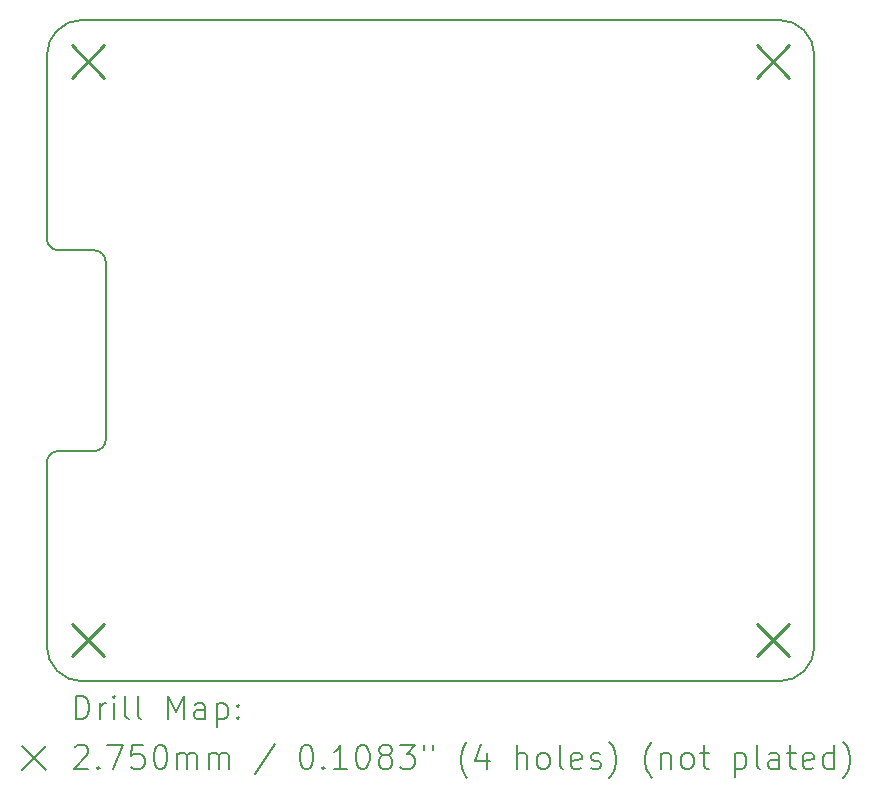
<source format=gbr>
%TF.GenerationSoftware,KiCad,Pcbnew,(6.0.7)*%
%TF.CreationDate,2022-10-26T04:57:18-04:00*%
%TF.ProjectId,RPi_Hat,5250695f-4861-4742-9e6b-696361645f70,rev?*%
%TF.SameCoordinates,Original*%
%TF.FileFunction,Drillmap*%
%TF.FilePolarity,Positive*%
%FSLAX45Y45*%
G04 Gerber Fmt 4.5, Leading zero omitted, Abs format (unit mm)*
G04 Created by KiCad (PCBNEW (6.0.7)) date 2022-10-26 04:57:18*
%MOMM*%
%LPD*%
G01*
G04 APERTURE LIST*
%ADD10C,0.200000*%
%ADD11C,0.275000*%
G04 APERTURE END LIST*
D10*
X10530700Y-10970500D02*
G75*
G03*
X10830700Y-11270500I300000J0D01*
G01*
X16730700Y-11270500D02*
G75*
G03*
X17030700Y-10970500I0J300000D01*
G01*
X10530700Y-7520500D02*
G75*
G03*
X10630700Y-7620500I100000J0D01*
G01*
X11030700Y-7720500D02*
G75*
G03*
X10930700Y-7620500I-100000J0D01*
G01*
X10930700Y-9320500D02*
G75*
G03*
X11030700Y-9220500I0J100000D01*
G01*
X10630700Y-9320500D02*
G75*
G03*
X10530700Y-9420500I0J-100000D01*
G01*
X10830700Y-5670500D02*
G75*
G03*
X10530700Y-5970500I0J-300000D01*
G01*
X10830700Y-5670500D02*
X16730700Y-5670500D01*
X17030700Y-5970500D02*
G75*
G03*
X16730700Y-5670500I-300000J0D01*
G01*
X10530700Y-5970500D02*
X10530700Y-7520500D01*
X10530700Y-9420500D02*
X10530700Y-10970500D01*
X17030700Y-5970500D02*
X17030700Y-10970500D01*
X10630700Y-9320500D02*
X10930700Y-9320500D01*
X11030700Y-7720500D02*
X11030700Y-9220500D01*
X10630700Y-7620500D02*
X10930700Y-7620500D01*
X10830700Y-11270500D02*
X16730700Y-11270500D01*
D11*
X10743200Y-5883000D02*
X11018200Y-6158000D01*
X11018200Y-5883000D02*
X10743200Y-6158000D01*
X10743200Y-10783000D02*
X11018200Y-11058000D01*
X11018200Y-10783000D02*
X10743200Y-11058000D01*
X16543200Y-5883000D02*
X16818200Y-6158000D01*
X16818200Y-5883000D02*
X16543200Y-6158000D01*
X16543200Y-10783000D02*
X16818200Y-11058000D01*
X16818200Y-10783000D02*
X16543200Y-11058000D01*
D10*
X10778319Y-11590976D02*
X10778319Y-11390976D01*
X10825938Y-11390976D01*
X10854510Y-11400500D01*
X10873557Y-11419548D01*
X10883081Y-11438595D01*
X10892605Y-11476690D01*
X10892605Y-11505262D01*
X10883081Y-11543357D01*
X10873557Y-11562405D01*
X10854510Y-11581452D01*
X10825938Y-11590976D01*
X10778319Y-11590976D01*
X10978319Y-11590976D02*
X10978319Y-11457643D01*
X10978319Y-11495738D02*
X10987843Y-11476690D01*
X10997367Y-11467167D01*
X11016414Y-11457643D01*
X11035462Y-11457643D01*
X11102129Y-11590976D02*
X11102129Y-11457643D01*
X11102129Y-11390976D02*
X11092605Y-11400500D01*
X11102129Y-11410024D01*
X11111652Y-11400500D01*
X11102129Y-11390976D01*
X11102129Y-11410024D01*
X11225938Y-11590976D02*
X11206890Y-11581452D01*
X11197367Y-11562405D01*
X11197367Y-11390976D01*
X11330700Y-11590976D02*
X11311652Y-11581452D01*
X11302128Y-11562405D01*
X11302128Y-11390976D01*
X11559271Y-11590976D02*
X11559271Y-11390976D01*
X11625938Y-11533833D01*
X11692605Y-11390976D01*
X11692605Y-11590976D01*
X11873557Y-11590976D02*
X11873557Y-11486214D01*
X11864033Y-11467167D01*
X11844986Y-11457643D01*
X11806890Y-11457643D01*
X11787843Y-11467167D01*
X11873557Y-11581452D02*
X11854509Y-11590976D01*
X11806890Y-11590976D01*
X11787843Y-11581452D01*
X11778319Y-11562405D01*
X11778319Y-11543357D01*
X11787843Y-11524309D01*
X11806890Y-11514786D01*
X11854509Y-11514786D01*
X11873557Y-11505262D01*
X11968795Y-11457643D02*
X11968795Y-11657643D01*
X11968795Y-11467167D02*
X11987843Y-11457643D01*
X12025938Y-11457643D01*
X12044986Y-11467167D01*
X12054509Y-11476690D01*
X12064033Y-11495738D01*
X12064033Y-11552881D01*
X12054509Y-11571928D01*
X12044986Y-11581452D01*
X12025938Y-11590976D01*
X11987843Y-11590976D01*
X11968795Y-11581452D01*
X12149748Y-11571928D02*
X12159271Y-11581452D01*
X12149748Y-11590976D01*
X12140224Y-11581452D01*
X12149748Y-11571928D01*
X12149748Y-11590976D01*
X12149748Y-11467167D02*
X12159271Y-11476690D01*
X12149748Y-11486214D01*
X12140224Y-11476690D01*
X12149748Y-11467167D01*
X12149748Y-11486214D01*
X10320700Y-11820500D02*
X10520700Y-12020500D01*
X10520700Y-11820500D02*
X10320700Y-12020500D01*
X10768795Y-11830024D02*
X10778319Y-11820500D01*
X10797367Y-11810976D01*
X10844986Y-11810976D01*
X10864033Y-11820500D01*
X10873557Y-11830024D01*
X10883081Y-11849071D01*
X10883081Y-11868119D01*
X10873557Y-11896690D01*
X10759271Y-12010976D01*
X10883081Y-12010976D01*
X10968795Y-11991928D02*
X10978319Y-12001452D01*
X10968795Y-12010976D01*
X10959271Y-12001452D01*
X10968795Y-11991928D01*
X10968795Y-12010976D01*
X11044986Y-11810976D02*
X11178319Y-11810976D01*
X11092605Y-12010976D01*
X11349748Y-11810976D02*
X11254509Y-11810976D01*
X11244986Y-11906214D01*
X11254509Y-11896690D01*
X11273557Y-11887167D01*
X11321176Y-11887167D01*
X11340224Y-11896690D01*
X11349748Y-11906214D01*
X11359271Y-11925262D01*
X11359271Y-11972881D01*
X11349748Y-11991928D01*
X11340224Y-12001452D01*
X11321176Y-12010976D01*
X11273557Y-12010976D01*
X11254509Y-12001452D01*
X11244986Y-11991928D01*
X11483081Y-11810976D02*
X11502128Y-11810976D01*
X11521176Y-11820500D01*
X11530700Y-11830024D01*
X11540224Y-11849071D01*
X11549748Y-11887167D01*
X11549748Y-11934786D01*
X11540224Y-11972881D01*
X11530700Y-11991928D01*
X11521176Y-12001452D01*
X11502128Y-12010976D01*
X11483081Y-12010976D01*
X11464033Y-12001452D01*
X11454509Y-11991928D01*
X11444986Y-11972881D01*
X11435462Y-11934786D01*
X11435462Y-11887167D01*
X11444986Y-11849071D01*
X11454509Y-11830024D01*
X11464033Y-11820500D01*
X11483081Y-11810976D01*
X11635462Y-12010976D02*
X11635462Y-11877643D01*
X11635462Y-11896690D02*
X11644986Y-11887167D01*
X11664033Y-11877643D01*
X11692605Y-11877643D01*
X11711652Y-11887167D01*
X11721176Y-11906214D01*
X11721176Y-12010976D01*
X11721176Y-11906214D02*
X11730700Y-11887167D01*
X11749748Y-11877643D01*
X11778319Y-11877643D01*
X11797367Y-11887167D01*
X11806890Y-11906214D01*
X11806890Y-12010976D01*
X11902128Y-12010976D02*
X11902128Y-11877643D01*
X11902128Y-11896690D02*
X11911652Y-11887167D01*
X11930700Y-11877643D01*
X11959271Y-11877643D01*
X11978319Y-11887167D01*
X11987843Y-11906214D01*
X11987843Y-12010976D01*
X11987843Y-11906214D02*
X11997367Y-11887167D01*
X12016414Y-11877643D01*
X12044986Y-11877643D01*
X12064033Y-11887167D01*
X12073557Y-11906214D01*
X12073557Y-12010976D01*
X12464033Y-11801452D02*
X12292605Y-12058595D01*
X12721176Y-11810976D02*
X12740224Y-11810976D01*
X12759271Y-11820500D01*
X12768795Y-11830024D01*
X12778319Y-11849071D01*
X12787843Y-11887167D01*
X12787843Y-11934786D01*
X12778319Y-11972881D01*
X12768795Y-11991928D01*
X12759271Y-12001452D01*
X12740224Y-12010976D01*
X12721176Y-12010976D01*
X12702128Y-12001452D01*
X12692605Y-11991928D01*
X12683081Y-11972881D01*
X12673557Y-11934786D01*
X12673557Y-11887167D01*
X12683081Y-11849071D01*
X12692605Y-11830024D01*
X12702128Y-11820500D01*
X12721176Y-11810976D01*
X12873557Y-11991928D02*
X12883081Y-12001452D01*
X12873557Y-12010976D01*
X12864033Y-12001452D01*
X12873557Y-11991928D01*
X12873557Y-12010976D01*
X13073557Y-12010976D02*
X12959271Y-12010976D01*
X13016414Y-12010976D02*
X13016414Y-11810976D01*
X12997367Y-11839548D01*
X12978319Y-11858595D01*
X12959271Y-11868119D01*
X13197367Y-11810976D02*
X13216414Y-11810976D01*
X13235462Y-11820500D01*
X13244986Y-11830024D01*
X13254509Y-11849071D01*
X13264033Y-11887167D01*
X13264033Y-11934786D01*
X13254509Y-11972881D01*
X13244986Y-11991928D01*
X13235462Y-12001452D01*
X13216414Y-12010976D01*
X13197367Y-12010976D01*
X13178319Y-12001452D01*
X13168795Y-11991928D01*
X13159271Y-11972881D01*
X13149748Y-11934786D01*
X13149748Y-11887167D01*
X13159271Y-11849071D01*
X13168795Y-11830024D01*
X13178319Y-11820500D01*
X13197367Y-11810976D01*
X13378319Y-11896690D02*
X13359271Y-11887167D01*
X13349748Y-11877643D01*
X13340224Y-11858595D01*
X13340224Y-11849071D01*
X13349748Y-11830024D01*
X13359271Y-11820500D01*
X13378319Y-11810976D01*
X13416414Y-11810976D01*
X13435462Y-11820500D01*
X13444986Y-11830024D01*
X13454509Y-11849071D01*
X13454509Y-11858595D01*
X13444986Y-11877643D01*
X13435462Y-11887167D01*
X13416414Y-11896690D01*
X13378319Y-11896690D01*
X13359271Y-11906214D01*
X13349748Y-11915738D01*
X13340224Y-11934786D01*
X13340224Y-11972881D01*
X13349748Y-11991928D01*
X13359271Y-12001452D01*
X13378319Y-12010976D01*
X13416414Y-12010976D01*
X13435462Y-12001452D01*
X13444986Y-11991928D01*
X13454509Y-11972881D01*
X13454509Y-11934786D01*
X13444986Y-11915738D01*
X13435462Y-11906214D01*
X13416414Y-11896690D01*
X13521176Y-11810976D02*
X13644986Y-11810976D01*
X13578319Y-11887167D01*
X13606890Y-11887167D01*
X13625938Y-11896690D01*
X13635462Y-11906214D01*
X13644986Y-11925262D01*
X13644986Y-11972881D01*
X13635462Y-11991928D01*
X13625938Y-12001452D01*
X13606890Y-12010976D01*
X13549748Y-12010976D01*
X13530700Y-12001452D01*
X13521176Y-11991928D01*
X13721176Y-11810976D02*
X13721176Y-11849071D01*
X13797367Y-11810976D02*
X13797367Y-11849071D01*
X14092605Y-12087167D02*
X14083081Y-12077643D01*
X14064033Y-12049071D01*
X14054509Y-12030024D01*
X14044986Y-12001452D01*
X14035462Y-11953833D01*
X14035462Y-11915738D01*
X14044986Y-11868119D01*
X14054509Y-11839548D01*
X14064033Y-11820500D01*
X14083081Y-11791928D01*
X14092605Y-11782405D01*
X14254509Y-11877643D02*
X14254509Y-12010976D01*
X14206890Y-11801452D02*
X14159271Y-11944309D01*
X14283081Y-11944309D01*
X14511652Y-12010976D02*
X14511652Y-11810976D01*
X14597367Y-12010976D02*
X14597367Y-11906214D01*
X14587843Y-11887167D01*
X14568795Y-11877643D01*
X14540224Y-11877643D01*
X14521176Y-11887167D01*
X14511652Y-11896690D01*
X14721176Y-12010976D02*
X14702128Y-12001452D01*
X14692605Y-11991928D01*
X14683081Y-11972881D01*
X14683081Y-11915738D01*
X14692605Y-11896690D01*
X14702128Y-11887167D01*
X14721176Y-11877643D01*
X14749748Y-11877643D01*
X14768795Y-11887167D01*
X14778319Y-11896690D01*
X14787843Y-11915738D01*
X14787843Y-11972881D01*
X14778319Y-11991928D01*
X14768795Y-12001452D01*
X14749748Y-12010976D01*
X14721176Y-12010976D01*
X14902128Y-12010976D02*
X14883081Y-12001452D01*
X14873557Y-11982405D01*
X14873557Y-11810976D01*
X15054509Y-12001452D02*
X15035462Y-12010976D01*
X14997367Y-12010976D01*
X14978319Y-12001452D01*
X14968795Y-11982405D01*
X14968795Y-11906214D01*
X14978319Y-11887167D01*
X14997367Y-11877643D01*
X15035462Y-11877643D01*
X15054509Y-11887167D01*
X15064033Y-11906214D01*
X15064033Y-11925262D01*
X14968795Y-11944309D01*
X15140224Y-12001452D02*
X15159271Y-12010976D01*
X15197367Y-12010976D01*
X15216414Y-12001452D01*
X15225938Y-11982405D01*
X15225938Y-11972881D01*
X15216414Y-11953833D01*
X15197367Y-11944309D01*
X15168795Y-11944309D01*
X15149748Y-11934786D01*
X15140224Y-11915738D01*
X15140224Y-11906214D01*
X15149748Y-11887167D01*
X15168795Y-11877643D01*
X15197367Y-11877643D01*
X15216414Y-11887167D01*
X15292605Y-12087167D02*
X15302128Y-12077643D01*
X15321176Y-12049071D01*
X15330700Y-12030024D01*
X15340224Y-12001452D01*
X15349748Y-11953833D01*
X15349748Y-11915738D01*
X15340224Y-11868119D01*
X15330700Y-11839548D01*
X15321176Y-11820500D01*
X15302128Y-11791928D01*
X15292605Y-11782405D01*
X15654509Y-12087167D02*
X15644986Y-12077643D01*
X15625938Y-12049071D01*
X15616414Y-12030024D01*
X15606890Y-12001452D01*
X15597367Y-11953833D01*
X15597367Y-11915738D01*
X15606890Y-11868119D01*
X15616414Y-11839548D01*
X15625938Y-11820500D01*
X15644986Y-11791928D01*
X15654509Y-11782405D01*
X15730700Y-11877643D02*
X15730700Y-12010976D01*
X15730700Y-11896690D02*
X15740224Y-11887167D01*
X15759271Y-11877643D01*
X15787843Y-11877643D01*
X15806890Y-11887167D01*
X15816414Y-11906214D01*
X15816414Y-12010976D01*
X15940224Y-12010976D02*
X15921176Y-12001452D01*
X15911652Y-11991928D01*
X15902128Y-11972881D01*
X15902128Y-11915738D01*
X15911652Y-11896690D01*
X15921176Y-11887167D01*
X15940224Y-11877643D01*
X15968795Y-11877643D01*
X15987843Y-11887167D01*
X15997367Y-11896690D01*
X16006890Y-11915738D01*
X16006890Y-11972881D01*
X15997367Y-11991928D01*
X15987843Y-12001452D01*
X15968795Y-12010976D01*
X15940224Y-12010976D01*
X16064033Y-11877643D02*
X16140224Y-11877643D01*
X16092605Y-11810976D02*
X16092605Y-11982405D01*
X16102128Y-12001452D01*
X16121176Y-12010976D01*
X16140224Y-12010976D01*
X16359271Y-11877643D02*
X16359271Y-12077643D01*
X16359271Y-11887167D02*
X16378319Y-11877643D01*
X16416414Y-11877643D01*
X16435462Y-11887167D01*
X16444986Y-11896690D01*
X16454509Y-11915738D01*
X16454509Y-11972881D01*
X16444986Y-11991928D01*
X16435462Y-12001452D01*
X16416414Y-12010976D01*
X16378319Y-12010976D01*
X16359271Y-12001452D01*
X16568795Y-12010976D02*
X16549748Y-12001452D01*
X16540224Y-11982405D01*
X16540224Y-11810976D01*
X16730700Y-12010976D02*
X16730700Y-11906214D01*
X16721176Y-11887167D01*
X16702128Y-11877643D01*
X16664033Y-11877643D01*
X16644986Y-11887167D01*
X16730700Y-12001452D02*
X16711652Y-12010976D01*
X16664033Y-12010976D01*
X16644986Y-12001452D01*
X16635462Y-11982405D01*
X16635462Y-11963357D01*
X16644986Y-11944309D01*
X16664033Y-11934786D01*
X16711652Y-11934786D01*
X16730700Y-11925262D01*
X16797367Y-11877643D02*
X16873557Y-11877643D01*
X16825938Y-11810976D02*
X16825938Y-11982405D01*
X16835462Y-12001452D01*
X16854510Y-12010976D01*
X16873557Y-12010976D01*
X17016414Y-12001452D02*
X16997367Y-12010976D01*
X16959271Y-12010976D01*
X16940224Y-12001452D01*
X16930700Y-11982405D01*
X16930700Y-11906214D01*
X16940224Y-11887167D01*
X16959271Y-11877643D01*
X16997367Y-11877643D01*
X17016414Y-11887167D01*
X17025938Y-11906214D01*
X17025938Y-11925262D01*
X16930700Y-11944309D01*
X17197367Y-12010976D02*
X17197367Y-11810976D01*
X17197367Y-12001452D02*
X17178319Y-12010976D01*
X17140224Y-12010976D01*
X17121176Y-12001452D01*
X17111652Y-11991928D01*
X17102129Y-11972881D01*
X17102129Y-11915738D01*
X17111652Y-11896690D01*
X17121176Y-11887167D01*
X17140224Y-11877643D01*
X17178319Y-11877643D01*
X17197367Y-11887167D01*
X17273557Y-12087167D02*
X17283081Y-12077643D01*
X17302129Y-12049071D01*
X17311652Y-12030024D01*
X17321176Y-12001452D01*
X17330700Y-11953833D01*
X17330700Y-11915738D01*
X17321176Y-11868119D01*
X17311652Y-11839548D01*
X17302129Y-11820500D01*
X17283081Y-11791928D01*
X17273557Y-11782405D01*
M02*

</source>
